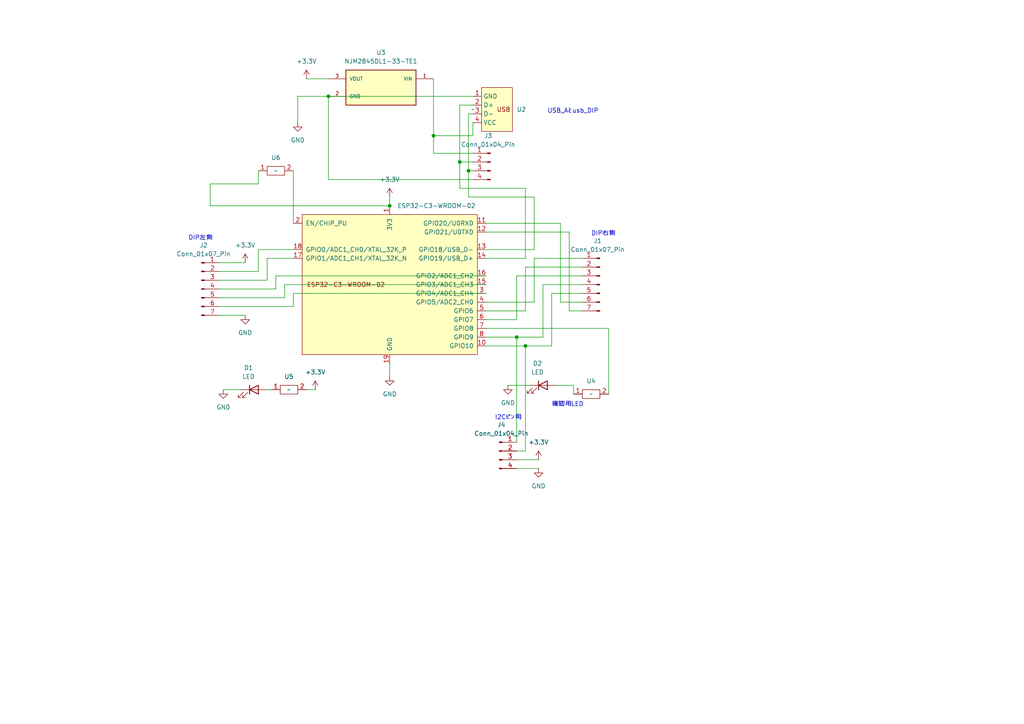
<source format=kicad_sch>
(kicad_sch (version 20230121) (generator eeschema)
  (paper "A4")
  (lib_symbols
    (symbol "1_My_CustomSymbols:NJM2845DL1-33-TE1" (pin_names (offset 1.016))
      (property "Reference" "U" (at -10.1731 5.8495 0))
      (property "Value" "NJM2845DL1-33-TE1" (at -10.1621 -7.6216 0))
      (symbol "NJM2845DL1-33-TE1_0_0"
        (rectangle (start -10.16 -5.08) (end 10.16 5.08) (stroke (width 0.254)) (fill (type background)))
        (pin input line (at -15.24 2.54 0) (length 5.08) (name "VIN") (number "1"))
        (pin power_in line (at 15.24 -2.54 180) (length 5.08) (name "GND") (number "2"))
        (pin output line (at 15.24 2.54 180) (length 5.08) (name "VOUT") (number "3"))
      )
    )
    (symbol "1_My_CustomSymbols:PCB_USB_Connecter"
      (property "Reference" "U2" (at 12.7 0 0))
      (property "Value" "~" (at 0 0 0))
      (symbol "PCB_USB_Connecter_1_1"
        (rectangle (start 2.54 6.35) (end 11.43 -6.35) (fill (type background)))
        (text "USB" (at 8.89 0 0) (effects (font (size 1.27 1.27))))
        (pin power_in line (at 0 3.81 0) (length 2.54) (name "GND") (number "1"))
        (pin bidirectional line (at 0 1.27 0) (length 2.54) (name "D+") (number "2"))
        (pin bidirectional line (at 0 -1.27 0) (length 2.54) (name "D-") (number "3"))
        (pin power_in line (at 0 -3.81 0) (length 2.54) (name "VCC") (number "4"))
      )
    )
    (symbol "Connector:Conn_01x04_Pin" (pin_names (offset 1.016) hide)
      (property "Reference" "J" (at 0 5.08 0))
      (property "Value" "Conn_01x04_Pin" (at 0 -7.62 0))
      (symbol "Conn_01x04_Pin_1_1"
        (polyline (pts (xy 1.27 -5.08) (xy 0.8636 -5.08)) (stroke (width 0.1524)))
        (polyline (pts (xy 1.27 -2.54) (xy 0.8636 -2.54)) (stroke (width 0.1524)))
        (polyline (pts (xy 1.27 0) (xy 0.8636 0)) (stroke (width 0.1524)))
        (polyline (pts (xy 1.27 2.54) (xy 0.8636 2.54)) (stroke (width 0.1524)))
        (rectangle (start 0.8636 -4.953) (end 0 -5.207) (stroke (width 0.1524)) (fill (type outline)))
        (rectangle (start 0.8636 -2.413) (end 0 -2.667) (stroke (width 0.1524)) (fill (type outline)))
        (rectangle (start 0.8636 0.127) (end 0 -0.127) (stroke (width 0.1524)) (fill (type outline)))
        (rectangle (start 0.8636 2.667) (end 0 2.413) (stroke (width 0.1524)) (fill (type outline)))
        (pin passive line (at 5.08 2.54 180) (length 3.81) (name "Pin_1") (number "1"))
        (pin passive line (at 5.08 0 180) (length 3.81) (name "Pin_2") (number "2"))
        (pin passive line (at 5.08 -2.54 180) (length 3.81) (name "Pin_3") (number "3"))
        (pin passive line (at 5.08 -5.08 180) (length 3.81) (name "Pin_4") (number "4"))
      )
    )
    (symbol "Connector:Conn_01x07_Pin" (pin_names (offset 1.016) hide)
      (property "Reference" "J" (at 0 10.16 0))
      (property "Value" "Conn_01x07_Pin" (at 0 -10.16 0))
      (symbol "Conn_01x07_Pin_1_1"
        (polyline (pts (xy 1.27 -7.62) (xy 0.8636 -7.62)) (stroke (width 0.1524)))
        (polyline (pts (xy 1.27 -5.08) (xy 0.8636 -5.08)) (stroke (width 0.1524)))
        (polyline (pts (xy 1.27 -2.54) (xy 0.8636 -2.54)) (stroke (width 0.1524)))
        (polyline (pts (xy 1.27 0) (xy 0.8636 0)) (stroke (width 0.1524)))
        (polyline (pts (xy 1.27 2.54) (xy 0.8636 2.54)) (stroke (width 0.1524)))
        (polyline (pts (xy 1.27 5.08) (xy 0.8636 5.08)) (stroke (width 0.1524)))
        (polyline (pts (xy 1.27 7.62) (xy 0.8636 7.62)) (stroke (width 0.1524)))
        (rectangle (start 0.8636 -7.493) (end 0 -7.747) (stroke (width 0.1524)) (fill (type outline)))
        (rectangle (start 0.8636 -4.953) (end 0 -5.207) (stroke (width 0.1524)) (fill (type outline)))
        (rectangle (start 0.8636 -2.413) (end 0 -2.667) (stroke (width 0.1524)) (fill (type outline)))
        (rectangle (start 0.8636 0.127) (end 0 -0.127) (stroke (width 0.1524)) (fill (type outline)))
        (rectangle (start 0.8636 2.667) (end 0 2.413) (stroke (width 0.1524)) (fill (type outline)))
        (rectangle (start 0.8636 5.207) (end 0 4.953) (stroke (width 0.1524)) (fill (type outline)))
        (rectangle (start 0.8636 7.747) (end 0 7.493) (stroke (width 0.1524)) (fill (type outline)))
        (pin passive line (at 5.08 7.62 180) (length 3.81) (name "Pin_1") (number "1"))
        (pin passive line (at 5.08 5.08 180) (length 3.81) (name "Pin_2") (number "2"))
        (pin passive line (at 5.08 2.54 180) (length 3.81) (name "Pin_3") (number "3"))
        (pin passive line (at 5.08 0 180) (length 3.81) (name "Pin_4") (number "4"))
        (pin passive line (at 5.08 -2.54 180) (length 3.81) (name "Pin_5") (number "5"))
        (pin passive line (at 5.08 -5.08 180) (length 3.81) (name "Pin_6") (number "6"))
        (pin passive line (at 5.08 -7.62 180) (length 3.81) (name "Pin_7") (number "7"))
      )
    )
    (symbol "Device:LED" (pin_numbers hide) (pin_names (offset 1.016) hide)
      (property "Reference" "D" (at 0 2.54 0))
      (property "Value" "LED" (at 0 -2.54 0))
      (symbol "LED_0_1"
        (polyline (pts (xy -1.27 -1.27) (xy -1.27 1.27)) (stroke (width 0.254)))
        (polyline (pts (xy -1.27 0) (xy 1.27 0)))
        (polyline (pts (xy 1.27 -1.27) (xy 1.27 1.27) (xy -1.27 0) (xy 1.27 -1.27)) (stroke (width 0.254)))
        (polyline (pts (xy -3.048 -0.762) (xy -4.572 -2.286) (xy -3.81 -2.286) (xy -4.572 -2.286) (xy -4.572 -1.524)))
        (polyline (pts (xy -1.778 -0.762) (xy -3.302 -2.286) (xy -2.54 -2.286) (xy -3.302 -2.286) (xy -3.302 -1.524)))
      )
      (symbol "LED_1_1"
        (pin passive line (at -3.81 0 0) (length 2.54) (name "K") (number "1"))
        (pin passive line (at 3.81 0 180) (length 2.54) (name "A") (number "2"))
      )
    )
    (symbol "Espressif:ESP32-C3-WROOM-02" (pin_names (offset 1.016))
      (property "Reference" "U" (at -25.4 25.4 0))
      (property "Value" "ESP32-C3-WROOM-02" (at -25.4 22.86 0))
      (symbol "ESP32-C3-WROOM-02_0_0"
        (text "ESP32-C3-WROOM-02" (at -12.7 0 0) (effects (font (size 1.27 1.27))))
      )
      (symbol "ESP32-C3-WROOM-02_0_1"
        (rectangle (start 25.4 20.32) (end -25.4 -20.32) (fill (type background)))
      )
      (symbol "ESP32-C3-WROOM-02_1_1"
        (pin power_in line (at 0 22.86 270) (length 2.54) (name "3V3") (number "1"))
        (pin bidirectional line (at 27.94 -17.78 180) (length 2.54) (name "GPIO10") (number "10"))
        (pin bidirectional line (at 27.94 17.78 180) (length 2.54) (name "GPIO20/U0RXD") (number "11"))
        (pin bidirectional line (at 27.94 15.24 180) (length 2.54) (name "GPIO21/U0TXD") (number "12"))
        (pin bidirectional line (at 27.94 10.16 180) (length 2.54) (name "GPIO18/USB_D-") (number "13"))
        (pin bidirectional line (at 27.94 7.62 180) (length 2.54) (name "GPIO19/USB_D+") (number "14"))
        (pin bidirectional line (at 27.94 0 180) (length 2.54) (name "GPIO3/ADC1_CH3") (number "15"))
        (pin bidirectional line (at 27.94 2.54 180) (length 2.54) (name "GPIO2/ADC1_CH2") (number "16"))
        (pin bidirectional line (at -27.94 7.62 0) (length 2.54) (name "GPIO1/ADC1_CH1/XTAL_32K_N") (number "17"))
        (pin bidirectional line (at -27.94 10.16 0) (length 2.54) (name "GPIO0/ADC1_CH0/XTAL_32K_P") (number "18"))
        (pin power_in line (at 0 -22.86 90) (length 2.54) (name "GND") (number "19"))
        (pin input line (at -27.94 17.78 0) (length 2.54) (name "EN/CHIP_PU") (number "2"))
        (pin bidirectional line (at 27.94 -2.54 180) (length 2.54) (name "GPIO4/ADC1_CH4") (number "3"))
        (pin bidirectional line (at 27.94 -5.08 180) (length 2.54) (name "GPIO5/ADC2_CH0") (number "4"))
        (pin bidirectional line (at 27.94 -7.62 180) (length 2.54) (name "GPIO6") (number "5"))
        (pin bidirectional line (at 27.94 -10.16 180) (length 2.54) (name "GPIO7") (number "6"))
        (pin bidirectional line (at 27.94 -12.7 180) (length 2.54) (name "GPIO8") (number "7"))
        (pin bidirectional line (at 27.94 -15.24 180) (length 2.54) (name "GPIO9") (number "8"))
        (pin passive line (at 0 -22.86 90) (length 2.54) hide (name "GND") (number "9"))
      )
    )
    (symbol "Register(1608)_1"
      (property "Reference" "U" (at 0 0 0))
      (symbol "Register(1608)_1_0_1"
        (rectangle (start -5.08 0) (end -2.54 0))
        (rectangle (start -2.54 1.27) (end 2.54 -1.27))
      )
      (symbol "Register(1608)_1_1_1"
        (rectangle (start 2.54 0) (end 5.08 0))
        (pin input line (at -5.08 0 0) (length 2.54) (name "") (number "1"))
        (pin input line (at 5.08 0 180) (length 2.54) (name "") (number "2"))
      )
    )
    (symbol "Register(1608)_2"
      (property "Reference" "U" (at 0 0 0))
      (symbol "Register(1608)_2_0_1"
        (rectangle (start -5.08 0) (end -2.54 0))
        (rectangle (start -2.54 1.27) (end 2.54 -1.27))
      )
      (symbol "Register(1608)_2_1_1"
        (rectangle (start 2.54 0) (end 5.08 0))
        (pin input line (at -5.08 0 0) (length 2.54) (name "") (number "1"))
        (pin input line (at 5.08 0 180) (length 2.54) (name "") (number "2"))
      )
    )
    (symbol "power:+3.3V" (power) (pin_names (offset 0))
      (property "Value" "+3.3V" (at 0 3.556 0))
      (symbol "+3.3V_0_1"
        (polyline (pts (xy -0.762 1.27) (xy 0 2.54)))
        (polyline (pts (xy 0 0) (xy 0 2.54)))
        (polyline (pts (xy 0 2.54) (xy 0.762 1.27)))
      )
      (symbol "+3.3V_1_1"
        (pin power_in line (at 0 0 90) (length 0) hide (name "+3.3V") (number "1"))
      )
    )
    (symbol "power:GND" (power) (pin_names (offset 0))
      (property "Value" "GND" (at 0 -3.81 0))
      (symbol "GND_0_1"
        (polyline (pts (xy 0 0) (xy 0 -1.27) (xy 1.27 -1.27) (xy 0 -2.54) (xy -1.27 -1.27) (xy 0 -1.27)))
      )
      (symbol "GND_1_1"
        (pin power_in line (at 0 0 270) (length 0) hide (name "GND") (number "1"))
      )
    )
  )
  (junction (at 149.86 97.79))
  (junction (at 152.4 100.33))
  (junction (at 125.73 39.37))
  (junction (at 113.03 59.69))
  (junction (at 135.89 49.53))
  (junction (at 133.35 46.99))
  (junction (at 95.25 27.94))
  (wire (pts (xy 85.09 85.09) (xy 85.09 88.9)))
  (wire (pts (xy 133.35 46.99) (xy 137.16 46.99)))
  (wire (pts (xy 77.47 81.28) (xy 63.5 81.28)))
  (wire (pts (xy 140.97 92.71) (xy 149.86 92.71)))
  (wire (pts (xy 165.1 90.17) (xy 165.1 67.31)))
  (wire (pts (xy 82.55 82.55) (xy 82.55 86.36)))
  (wire (pts (xy 77.47 74.93) (xy 77.47 81.28)))
  (wire (pts (xy 149.86 133.35) (xy 156.21 133.35)))
  (wire (pts (xy 157.48 97.79) (xy 149.86 97.79)))
  (wire (pts (xy 149.86 97.79) (xy 140.97 97.79)))
  (wire (pts (xy 162.56 64.77) (xy 140.97 64.77)))
  (wire (pts (xy 140.97 72.39) (xy 154.94 72.39)))
  (wire (pts (xy 140.97 100.33) (xy 152.4 100.33)))
  (wire (pts (xy 160.02 85.09) (xy 160.02 100.33)))
  (wire (pts (xy 63.5 86.36) (xy 82.55 86.36)))
  (wire (pts (xy 125.73 39.37) (xy 125.73 44.45)))
  (wire (pts (xy 140.97 74.93) (xy 152.4 74.93)))
  (wire (pts (xy 137.16 52.07) (xy 95.25 52.07)))
  (wire (pts (xy 60.96 53.34) (xy 74.93 53.34)))
  (wire (pts (xy 63.5 76.2) (xy 71.12 76.2)))
  (wire (pts (xy 176.53 95.25) (xy 176.53 114.3)))
  (wire (pts (xy 168.91 82.55) (xy 157.48 82.55)))
  (wire (pts (xy 85.09 49.53) (xy 85.09 64.77)))
  (wire (pts (xy 168.91 85.09) (xy 160.02 85.09)))
  (wire (pts (xy 60.96 59.69) (xy 113.03 59.69)))
  (wire (pts (xy 140.97 87.63) (xy 154.94 87.63)))
  (wire (pts (xy 140.97 85.09) (xy 85.09 85.09)))
  (wire (pts (xy 168.91 90.17) (xy 165.1 90.17)))
  (wire (pts (xy 125.73 22.86) (xy 125.73 39.37)))
  (wire (pts (xy 60.96 53.34) (xy 60.96 59.69)))
  (wire (pts (xy 137.16 35.56) (xy 137.16 39.37)))
  (wire (pts (xy 140.97 80.01) (xy 80.01 80.01)))
  (wire (pts (xy 168.91 87.63) (xy 162.56 87.63)))
  (wire (pts (xy 154.94 57.15) (xy 135.89 57.15)))
  (wire (pts (xy 77.47 113.03) (xy 78.74 113.03)))
  (wire (pts (xy 135.89 49.53) (xy 137.16 49.53)))
  (wire (pts (xy 88.9 22.86) (xy 95.25 22.86)))
  (wire (pts (xy 86.36 27.94) (xy 86.36 35.56)))
  (wire (pts (xy 149.86 92.71) (xy 149.86 80.01)))
  (wire (pts (xy 152.4 74.93) (xy 152.4 54.61)))
  (wire (pts (xy 147.32 111.76) (xy 153.67 111.76)))
  (wire (pts (xy 160.02 100.33) (xy 152.4 100.33)))
  (wire (pts (xy 149.86 80.01) (xy 168.91 80.01)))
  (wire (pts (xy 95.25 27.94) (xy 86.36 27.94)))
  (wire (pts (xy 74.93 72.39) (xy 74.93 78.74)))
  (wire (pts (xy 154.94 72.39) (xy 154.94 57.15)))
  (wire (pts (xy 63.5 78.74) (xy 74.93 78.74)))
  (wire (pts (xy 162.56 87.63) (xy 162.56 64.77)))
  (wire (pts (xy 149.86 135.89) (xy 156.21 135.89)))
  (wire (pts (xy 64.77 113.03) (xy 69.85 113.03)))
  (wire (pts (xy 154.94 87.63) (xy 154.94 74.93)))
  (wire (pts (xy 137.16 27.94) (xy 95.25 27.94)))
  (wire (pts (xy 149.86 128.27) (xy 149.86 97.79)))
  (wire (pts (xy 74.93 72.39) (xy 85.09 72.39)))
  (wire (pts (xy 135.89 33.02) (xy 135.89 49.53)))
  (wire (pts (xy 166.37 111.76) (xy 166.37 114.3)))
  (wire (pts (xy 152.4 100.33) (xy 152.4 130.81)))
  (wire (pts (xy 140.97 90.17) (xy 152.4 90.17)))
  (wire (pts (xy 135.89 57.15) (xy 135.89 49.53)))
  (wire (pts (xy 152.4 130.81) (xy 149.86 130.81)))
  (wire (pts (xy 80.01 83.82) (xy 63.5 83.82)))
  (wire (pts (xy 74.93 49.53) (xy 74.93 53.34)))
  (wire (pts (xy 176.53 95.25) (xy 140.97 95.25)))
  (wire (pts (xy 133.35 46.99) (xy 133.35 54.61)))
  (wire (pts (xy 63.5 91.44) (xy 71.12 91.44)))
  (wire (pts (xy 140.97 82.55) (xy 82.55 82.55)))
  (wire (pts (xy 137.16 33.02) (xy 135.89 33.02)))
  (wire (pts (xy 165.1 67.31) (xy 140.97 67.31)))
  (wire (pts (xy 113.03 105.41) (xy 113.03 109.22)))
  (wire (pts (xy 152.4 54.61) (xy 133.35 54.61)))
  (wire (pts (xy 80.01 80.01) (xy 80.01 83.82)))
  (wire (pts (xy 113.03 57.15) (xy 113.03 59.69)))
  (wire (pts (xy 137.16 30.48) (xy 133.35 30.48)))
  (wire (pts (xy 137.16 44.45) (xy 125.73 44.45)))
  (wire (pts (xy 152.4 77.47) (xy 168.91 77.47)))
  (wire (pts (xy 157.48 82.55) (xy 157.48 97.79)))
  (wire (pts (xy 88.9 113.03) (xy 91.44 113.03)))
  (wire (pts (xy 95.25 27.94) (xy 95.25 52.07)))
  (wire (pts (xy 161.29 111.76) (xy 166.37 111.76)))
  (wire (pts (xy 152.4 90.17) (xy 152.4 77.47)))
  (wire (pts (xy 154.94 74.93) (xy 168.91 74.93)))
  (wire (pts (xy 63.5 88.9) (xy 85.09 88.9)))
  (wire (pts (xy 133.35 30.48) (xy 133.35 46.99)))
  (wire (pts (xy 85.09 74.93) (xy 77.47 74.93)))
  (wire (pts (xy 137.16 39.37) (xy 125.73 39.37)))
  (text "確認用LED" (at 160.02 118.11 0) (effects (font (size 1.27 1.27)) (justify left bottom)))
  (text "USB_Aとusb_DIP" (at 158.75 33.02 0) (effects (font (size 1.27 1.27)) (justify left bottom)))
  (text "DIP右側" (at 171.45 68.58 0) (effects (font (size 1.27 1.27)) (justify left bottom)))
  (text "I2Cピン用" (at 143.51 121.92 0) (effects (font (size 1.27 1.27)) (justify left bottom)))
  (text "DIP左側\n" (at 54.61 69.85 0) (effects (font (size 1.27 1.27)) (justify left bottom)))
  (symbol (lib_id "Connector:Conn_01x04_Pin") (at 144.78 130.81 0) (unit 1)
    (property "Reference" "J4" (at 145.415 123.19 0))
    (property "Value" "Conn_01x04_Pin" (at 145.415 125.73 0))
    (property "Footprint" "1_My_CustomFootprints:Conn_Pin_1x4" (effects hide))
  )
  (symbol (lib_id "Device:LED") (at 157.48 111.76 0) (unit 1)
    (property "Reference" "D2" (at 155.8925 105.41 0))
    (property "Value" "LED" (at 155.8925 107.95 0))
    (property "Footprint" "LED_SMD:LED_0603_1608Metric" (effects hide))
  )
  (symbol (lib_id "power:GND") (at 86.36 35.56 0) (unit 1)
    (property "Reference" "#PWR04" (effects hide))
    (property "Value" "GND" (at 86.36 40.64 0))
  )
  (symbol (lib_id "Connector:Conn_01x04_Pin") (at 142.24 46.99 0) (mirror y) (unit 1)
    (property "Reference" "J3" (at 141.605 39.37 0))
    (property "Value" "Conn_01x04_Pin" (at 141.605 41.91 0))
    (property "Footprint" "1_My_CustomFootprints:Conn_Pin_1x4" (effects hide))
  )
  (symbol (lib_id "power:+3.3V") (at 113.03 57.15 0) (unit 1)
    (property "Reference" "#PWR02" (effects hide))
    (property "Value" "+3.3V" (at 113.03 52.07 0))
  )
  (symbol (lib_id "power:+3.3V") (at 156.21 133.35 0) (unit 1)
    (property "Reference" "#PWR07" (effects hide))
    (property "Value" "+3.3V" (at 156.21 128.27 0))
  )
  (symbol (lib_id "power:+3.3V") (at 88.9 22.86 0) (unit 1)
    (property "Reference" "#PWR01" (effects hide))
    (property "Value" "+3.3V" (at 88.9 17.78 0))
  )
  (symbol (lib_id "1_My_CustomSymbols:NJM2845DL1-33-TE1") (at 110.49 25.4 0) (mirror y) (unit 1)
    (property "Reference" "U3" (at 110.49 15.24 0))
    (property "Value" "NJM2845DL1-33-TE1" (at 110.49 17.78 0))
    (property "Footprint" "1_My_CustomFootprints:DPAK228P968X238-4N" (effects hide))
    (property "PARTREV" "2012-10-31" (effects hide))
    (property "STANDARD" "IPC 7351B" (effects hide))
    (property "MANUFACTURER" "JRC" (effects hide))
  )
  (symbol (lib_id "power:GND") (at 156.21 135.89 0) (unit 1)
    (property "Reference" "#PWR06" (effects hide))
    (property "Value" "GND" (at 156.21 140.97 0))
  )
  (symbol (lib_id "power:GND") (at 71.12 91.44 0) (unit 1)
    (property "Reference" "#PWR09" (effects hide))
    (property "Value" "GND" (at 71.12 96.52 0))
  )
  (symbol (lib_name "Register(1608)_2") (lib_id "1_My_CustomSymbols:Register(1608)") (at 83.82 113.03 0) (unit 1)
    (property "Reference" "U5" (at 83.82 109.22 0))
    (property "Value" "~" (at 83.82 113.03 0))
    (property "Footprint" "1_My_CustomFootprints:1608Metric" (effects hide))
  )
  (symbol (lib_name "Register(1608)_2") (lib_id "1_My_CustomSymbols:Register(1608)") (at 80.01 49.53 0) (unit 1)
    (property "Reference" "U6" (at 80.01 45.72 0))
    (property "Value" "~" (at 80.01 49.53 0))
    (property "Footprint" "1_My_CustomFootprints:1608Metric" (effects hide))
  )
  (symbol (lib_id "Connector:Conn_01x07_Pin") (at 173.99 82.55 0) (mirror y) (unit 1)
    (property "Reference" "J1" (at 173.355 69.85 0))
    (property "Value" "Conn_01x07_Pin" (at 173.355 72.39 0))
    (property "Footprint" "1_My_CustomFootprints:Conn_Pin_1x7" (effects hide))
  )
  (symbol (lib_id "power:GND") (at 113.03 109.22 0) (unit 1)
    (property "Reference" "#PWR03" (effects hide))
    (property "Value" "GND" (at 113.03 114.3 0))
  )
  (symbol (lib_id "1_My_CustomSymbols:PCB_USB_Connecter") (at 137.16 31.75 0) (unit 1)
    (property "Reference" "U2" (at 149.86 31.75 0) (effects (justify left)))
    (property "Value" "~" (at 137.16 31.75 0))
    (property "Footprint" "1_My_CustomFootprints:PCB_USB_Connecter" (effects hide))
  )
  (symbol (lib_id "Connector:Conn_01x07_Pin") (at 58.42 83.82 0) (unit 1)
    (property "Reference" "J2" (at 59.055 71.12 0))
    (property "Value" "Conn_01x07_Pin" (at 59.055 73.66 0))
    (property "Footprint" "1_My_CustomFootprints:Conn_Pin_1x7" (effects hide))
  )
  (symbol (lib_id "power:GND") (at 64.77 113.03 0) (unit 1)
    (property "Reference" "#PWR010" (effects hide))
    (property "Value" "GND" (at 64.77 118.11 0))
  )
  (symbol (lib_id "Device:LED") (at 73.66 113.03 0) (unit 1)
    (property "Reference" "D1" (at 72.0725 106.68 0))
    (property "Value" "LED" (at 72.0725 109.22 0))
    (property "Footprint" "LED_SMD:LED_0603_1608Metric" (effects hide))
  )
  (symbol (lib_id "power:+3.3V") (at 91.44 113.03 0) (unit 1)
    (property "Reference" "#PWR011" (effects hide))
    (property "Value" "+3.3V" (at 91.44 107.95 0))
  )
  (symbol (lib_id "power:+3.3V") (at 71.12 76.2 0) (unit 1)
    (property "Reference" "#PWR08" (effects hide))
    (property "Value" "+3.3V" (at 71.12 71.12 0))
  )
  (symbol (lib_id "Espressif:ESP32-C3-WROOM-02") (at 113.03 82.55 0) (unit 1)
    (property "Reference" "U1" (effects hide))
    (property "Value" "ESP32-C3-WROOM-02" (at 115.2241 59.69 0) (effects (justify left)))
    (property "Footprint" "Espressif:ESP32-C3-WROOM-02" (effects hide))
    (property "Datasheet" "https://www.espressif.com/sites/default/files/documentation/esp32-c3-wroom-02_datasheet_en.pdf" (effects hide))
  )
  (symbol (lib_name "Register(1608)_1") (lib_id "1_My_CustomSymbols:Register(1608)") (at 171.45 114.3 0) (unit 1)
    (property "Reference" "U4" (at 171.45 110.49 0))
    (property "Value" "~" (at 171.45 114.3 0))
    (property "Footprint" "1_My_CustomFootprints:1608Metric" (effects hide))
  )
  (symbol (lib_id "power:GND") (at 147.32 111.76 0) (unit 1)
    (property "Reference" "#PWR05" (effects hide))
    (property "Value" "GND" (at 147.32 116.84 0))
  )
)
</source>
